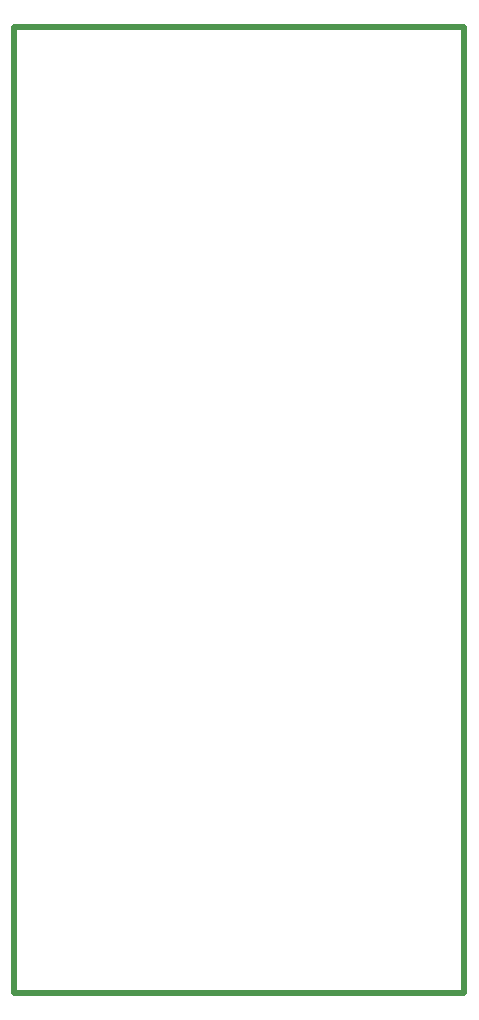
<source format=gko>
G04*
G04 #@! TF.GenerationSoftware,Altium Limited,Altium Designer,24.3.1 (35)*
G04*
G04 Layer_Color=16711935*
%FSLAX44Y44*%
%MOMM*%
G71*
G04*
G04 #@! TF.SameCoordinates,270278F2-5DE0-4317-936F-1FC35F10D9A2*
G04*
G04*
G04 #@! TF.FilePolarity,Positive*
G04*
G01*
G75*
%ADD53C,0.5080*%
D53*
X381000Y-1270D02*
Y816610D01*
X0Y-1270D02*
X381000D01*
X0Y816610D02*
X381000D01*
X381000Y816609D02*
X381000Y-1270D01*
X0D02*
Y816610D01*
X4Y-1270D02*
X381000D01*
X4D02*
Y816609D01*
X381000D01*
M02*

</source>
